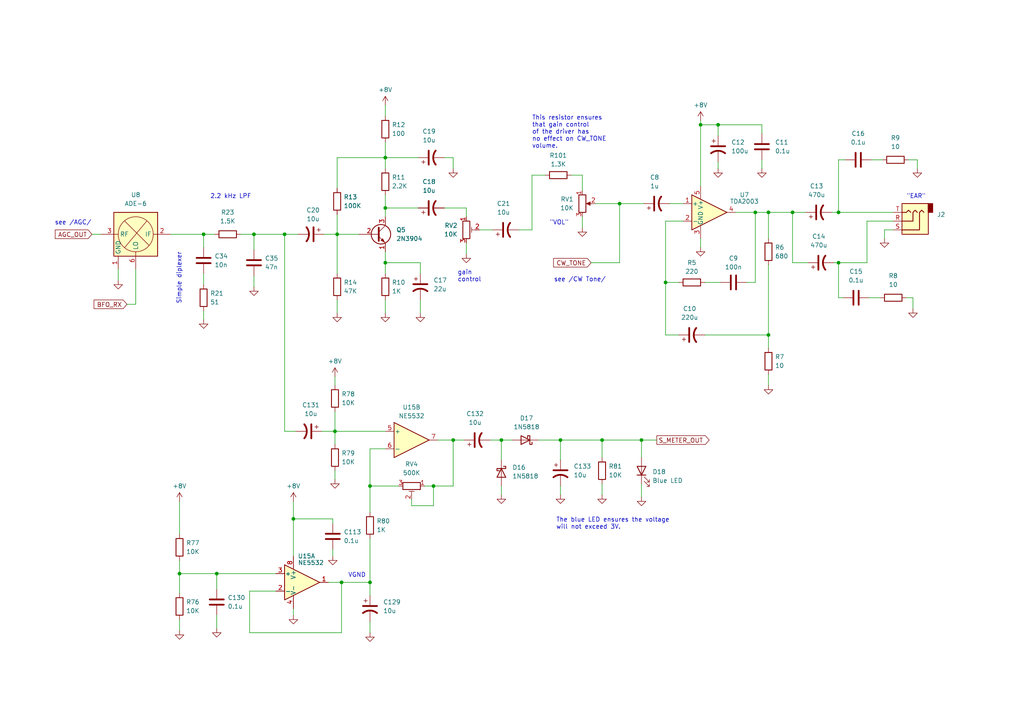
<source format=kicad_sch>
(kicad_sch (version 20230121) (generator eeschema)
  (paper "A4")
  (lib_symbols
    (symbol "Amplifier_Audio:TDA2003" (pin_names (offset 0.127))
      (property "Reference" "U" (at 3.81 6.35 0))
      (property "Value" "TDA2003" (at 3.81 3.81 0))
      (symbol "TDA2003_0_1"
        (polyline (pts (xy -5.08 5.08) (xy 5.08 0) (xy -5.08 -5.08) (xy -5.08 5.08)) (stroke (width 0.254)) (fill (type background)))
      )
      (symbol "TDA2003_1_1"
        (pin input line (at -7.62 2.54 0) (length 2.54) (name "+") (number "1"))
        (pin input line (at -7.62 -2.54 0) (length 2.54) (name "-") (number "2"))
        (pin power_in line (at -2.54 -7.62 90) (length 3.81) (name "GND") (number "3"))
        (pin output line (at 7.62 0 180) (length 2.54) (name "~") (number "4"))
        (pin power_in line (at -2.54 7.62 270) (length 3.81) (name "V+") (number "5"))
      )
    )
    (symbol "Amplifier_Operational:NE5532" (pin_names (offset 0.127))
      (property "Reference" "U" (at 0 5.08 0))
      (property "Value" "NE5532" (at 0 -5.08 0))
      (symbol "NE5532_1_1"
        (polyline (pts (xy -5.08 5.08) (xy 5.08 0) (xy -5.08 -5.08) (xy -5.08 5.08)) (stroke (width 0.254)) (fill (type background)))
        (pin output line (at 7.62 0 180) (length 2.54) (name "~") (number "1"))
        (pin input line (at -7.62 -2.54 0) (length 2.54) (name "-") (number "2"))
        (pin input line (at -7.62 2.54 0) (length 2.54) (name "+") (number "3"))
      )
      (symbol "NE5532_2_1"
        (polyline (pts (xy -5.08 5.08) (xy 5.08 0) (xy -5.08 -5.08) (xy -5.08 5.08)) (stroke (width 0.254)) (fill (type background)))
        (pin input line (at -7.62 2.54 0) (length 2.54) (name "+") (number "5"))
        (pin input line (at -7.62 -2.54 0) (length 2.54) (name "-") (number "6"))
        (pin output line (at 7.62 0 180) (length 2.54) (name "~") (number "7"))
      )
      (symbol "NE5532_3_1"
        (pin power_in line (at -2.54 -7.62 90) (length 3.81) (name "V-") (number "4"))
        (pin power_in line (at -2.54 7.62 270) (length 3.81) (name "V+") (number "8"))
      )
    )
    (symbol "Connector_Audio:AudioJack3"
      (property "Reference" "J" (at 0 8.89 0))
      (property "Value" "AudioJack3" (at 0 6.35 0))
      (symbol "AudioJack3_0_1"
        (rectangle (start -5.08 -5.08) (end -6.35 -2.54) (stroke (width 0.254)) (fill (type outline)))
        (polyline (pts (xy 0 -2.54) (xy 0.635 -3.175) (xy 1.27 -2.54) (xy 2.54 -2.54)) (stroke (width 0.254)))
        (polyline (pts (xy -1.905 -2.54) (xy -1.27 -3.175) (xy -0.635 -2.54) (xy -0.635 0) (xy 2.54 0)) (stroke (width 0.254)))
        (polyline (pts (xy 2.54 2.54) (xy -2.54 2.54) (xy -2.54 -2.54) (xy -3.175 -3.175) (xy -3.81 -2.54)) (stroke (width 0.254)))
        (rectangle (start 2.54 3.81) (end -5.08 -5.08) (stroke (width 0.254)) (fill (type background)))
      )
      (symbol "AudioJack3_1_1"
        (pin passive line (at 5.08 0 180) (length 2.54) (name "~") (number "R"))
        (pin passive line (at 5.08 2.54 180) (length 2.54) (name "~") (number "S"))
        (pin passive line (at 5.08 -2.54 180) (length 2.54) (name "~") (number "T"))
      )
    )
    (symbol "Device:C" (pin_numbers hide) (pin_names (offset 0.254))
      (property "Reference" "C" (at 0.635 2.54 0))
      (property "Value" "C" (at 0.635 -2.54 0))
      (symbol "C_0_1"
        (polyline (pts (xy -2.032 -0.762) (xy 2.032 -0.762)) (stroke (width 0.508)))
        (polyline (pts (xy -2.032 0.762) (xy 2.032 0.762)) (stroke (width 0.508)))
      )
      (symbol "C_1_1"
        (pin passive line (at 0 3.81 270) (length 2.794) (name "~") (number "1"))
        (pin passive line (at 0 -3.81 90) (length 2.794) (name "~") (number "2"))
      )
    )
    (symbol "Device:C_Polarized_US" (pin_numbers hide) (pin_names (offset 0.254) hide)
      (property "Reference" "C" (at 0.635 2.54 0))
      (property "Value" "C_Polarized_US" (at 0.635 -2.54 0))
      (symbol "C_Polarized_US_0_1"
        (polyline (pts (xy -2.032 0.762) (xy 2.032 0.762)) (stroke (width 0.508)))
        (polyline (pts (xy -1.778 2.286) (xy -0.762 2.286)))
        (polyline (pts (xy -1.27 1.778) (xy -1.27 2.794)))
        (arc (start 2.032 -1.27) (mid 0 -0.5572) (end -2.032 -1.27) (stroke (width 0.508)))
      )
      (symbol "C_Polarized_US_1_1"
        (pin passive line (at 0 3.81 270) (length 2.794) (name "~") (number "1"))
        (pin passive line (at 0 -3.81 90) (length 3.302) (name "~") (number "2"))
      )
    )
    (symbol "Device:LED" (pin_numbers hide) (pin_names (offset 1.016) hide)
      (property "Reference" "D" (at 0 2.54 0))
      (property "Value" "LED" (at 0 -2.54 0))
      (symbol "LED_0_1"
        (polyline (pts (xy -1.27 -1.27) (xy -1.27 1.27)) (stroke (width 0.254)))
        (polyline (pts (xy -1.27 0) (xy 1.27 0)))
        (polyline (pts (xy 1.27 -1.27) (xy 1.27 1.27) (xy -1.27 0) (xy 1.27 -1.27)) (stroke (width 0.254)))
        (polyline (pts (xy -3.048 -0.762) (xy -4.572 -2.286) (xy -3.81 -2.286) (xy -4.572 -2.286) (xy -4.572 -1.524)))
        (polyline (pts (xy -1.778 -0.762) (xy -3.302 -2.286) (xy -2.54 -2.286) (xy -3.302 -2.286) (xy -3.302 -1.524)))
      )
      (symbol "LED_1_1"
        (pin passive line (at -3.81 0 0) (length 2.54) (name "K") (number "1"))
        (pin passive line (at 3.81 0 180) (length 2.54) (name "A") (number "2"))
      )
    )
    (symbol "Device:R" (pin_numbers hide) (pin_names (offset 0))
      (property "Reference" "R" (at 2.032 0 90))
      (property "Value" "R" (at 0 0 90))
      (symbol "R_0_1"
        (rectangle (start -1.016 -2.54) (end 1.016 2.54) (stroke (width 0.254)))
      )
      (symbol "R_1_1"
        (pin passive line (at 0 3.81 270) (length 1.27) (name "~") (number "1"))
        (pin passive line (at 0 -3.81 90) (length 1.27) (name "~") (number "2"))
      )
    )
    (symbol "Device:R_Potentiometer" (pin_names (offset 1.016) hide)
      (property "Reference" "RV" (at -4.445 0 90))
      (property "Value" "R_Potentiometer" (at -2.54 0 90))
      (symbol "R_Potentiometer_0_1"
        (polyline (pts (xy 2.54 0) (xy 1.524 0)))
        (polyline (pts (xy 1.143 0) (xy 2.286 0.508) (xy 2.286 -0.508) (xy 1.143 0)) (fill (type outline)))
        (rectangle (start 1.016 2.54) (end -1.016 -2.54) (stroke (width 0.254)))
      )
      (symbol "R_Potentiometer_1_1"
        (pin passive line (at 0 3.81 270) (length 1.27) (name "1") (number "1"))
        (pin passive line (at 3.81 0 180) (length 1.27) (name "2") (number "2"))
        (pin passive line (at 0 -3.81 90) (length 1.27) (name "3") (number "3"))
      )
    )
    (symbol "Device:R_Potentiometer_Trim" (pin_names (offset 1.016) hide)
      (property "Reference" "RV" (at -4.445 0 90))
      (property "Value" "R_Potentiometer_Trim" (at -2.54 0 90))
      (symbol "R_Potentiometer_Trim_0_1"
        (polyline (pts (xy 1.524 0.762) (xy 1.524 -0.762)))
        (polyline (pts (xy 2.54 0) (xy 1.524 0)))
        (rectangle (start 1.016 2.54) (end -1.016 -2.54) (stroke (width 0.254)))
      )
      (symbol "R_Potentiometer_Trim_1_1"
        (pin passive line (at 0 3.81 270) (length 1.27) (name "1") (number "1"))
        (pin passive line (at 3.81 0 180) (length 1.27) (name "2") (number "2"))
        (pin passive line (at 0 -3.81 90) (length 1.27) (name "3") (number "3"))
      )
    )
    (symbol "Diode:1N5818" (pin_numbers hide) (pin_names (offset 1.016) hide)
      (property "Reference" "D" (at 0 2.54 0))
      (property "Value" "1N5818" (at 0 -2.54 0))
      (symbol "1N5818_0_1"
        (polyline (pts (xy 1.27 0) (xy -1.27 0)))
        (polyline (pts (xy 1.27 1.27) (xy 1.27 -1.27) (xy -1.27 0) (xy 1.27 1.27)) (stroke (width 0.254)))
        (polyline (pts (xy -1.905 0.635) (xy -1.905 1.27) (xy -1.27 1.27) (xy -1.27 -1.27) (xy -0.635 -1.27) (xy -0.635 -0.635)) (stroke (width 0.254)))
      )
      (symbol "1N5818_1_1"
        (pin passive line (at -3.81 0 0) (length 2.54) (name "K") (number "1"))
        (pin passive line (at 3.81 0 180) (length 2.54) (name "A") (number "2"))
      )
    )
    (symbol "RF_Mixer:ADE-6"
      (property "Reference" "U" (at -6.35 7.62 0))
      (property "Value" "ADE-6" (at 6.35 7.62 0))
      (symbol "ADE-6_0_1"
        (rectangle (start -6.35 6.35) (end 6.35 -6.35) (stroke (width 0.254)) (fill (type background)))
        (polyline (pts (xy -3.175 -3.81) (xy 3.175 3.81)))
        (polyline (pts (xy 3.81 -3.175) (xy -3.175 3.81)))
        (circle (center 0 0) (radius 5.08))
      )
      (symbol "ADE-6_1_1"
        (pin power_in line (at -5.08 -10.16 90) (length 3.81) (name "GND") (number "1"))
        (pin output line (at 10.16 0 180) (length 5.08) (name "IF") (number "2"))
        (pin input line (at -10.16 0 0) (length 5.08) (name "RF") (number "3"))
        (pin passive line (at -5.08 -10.16 90) (length 3.81) hide (name "GND") (number "4"))
        (pin passive line (at -5.08 -10.16 90) (length 3.81) hide (name "GND") (number "5"))
        (pin input line (at 0 -10.16 90) (length 5.08) (name "LO") (number "6"))
      )
    )
    (symbol "Transistor_BJT:2N3904" (pin_names (offset 0) hide)
      (property "Reference" "Q" (at 5.08 1.905 0))
      (property "Value" "2N3904" (at 5.08 0 0))
      (symbol "2N3904_0_1"
        (polyline (pts (xy 0.635 0.635) (xy 2.54 2.54)))
        (polyline (pts (xy 0.635 -0.635) (xy 2.54 -2.54) (xy 2.54 -2.54)))
        (polyline (pts (xy 0.635 1.905) (xy 0.635 -1.905) (xy 0.635 -1.905)) (stroke (width 0.508)))
        (polyline (pts (xy 1.27 -1.778) (xy 1.778 -1.27) (xy 2.286 -2.286) (xy 1.27 -1.778) (xy 1.27 -1.778)) (fill (type outline)))
        (circle (center 1.27 0) (radius 2.8194) (stroke (width 0.254)))
      )
      (symbol "2N3904_1_1"
        (pin passive line (at 2.54 -5.08 90) (length 2.54) (name "E") (number "1"))
        (pin passive line (at -5.08 0 0) (length 5.715) (name "B") (number "2"))
        (pin passive line (at 2.54 5.08 270) (length 2.54) (name "C") (number "3"))
      )
    )
    (symbol "power:+8V" (power) (pin_names (offset 0))
      (property "Value" "+8V" (at 0 3.556 0))
      (symbol "+8V_0_1"
        (polyline (pts (xy -0.762 1.27) (xy 0 2.54)))
        (polyline (pts (xy 0 0) (xy 0 2.54)))
        (polyline (pts (xy 0 2.54) (xy 0.762 1.27)))
      )
      (symbol "+8V_1_1"
        (pin power_in line (at 0 0 90) (length 0) hide (name "+8V") (number "1"))
      )
    )
    (symbol "power:GND" (power) (pin_names (offset 0))
      (property "Value" "GND" (at 0 -3.81 0))
      (symbol "GND_0_1"
        (polyline (pts (xy 0 0) (xy 0 -1.27) (xy 1.27 -1.27) (xy 0 -2.54) (xy -1.27 -1.27) (xy 0 -1.27)))
      )
      (symbol "GND_1_1"
        (pin power_in line (at 0 0 270) (length 0) hide (name "GND") (number "1"))
      )
    )
  )
  (junction (at 111.76 76.2))
  (junction (at 52.07 166.37))
  (junction (at 97.79 67.945))
  (junction (at 222.885 61.595))
  (junction (at 82.55 67.945))
  (junction (at 73.66 67.945))
  (junction (at 179.705 59.055))
  (junction (at 85.09 150.495))
  (junction (at 62.865 166.37))
  (junction (at 222.885 97.155))
  (junction (at 174.625 127.635))
  (junction (at 59.055 67.945))
  (junction (at 99.06 168.91))
  (junction (at 107.315 140.97))
  (junction (at 111.76 60.325))
  (junction (at 162.56 127.635))
  (junction (at 208.28 36.195))
  (junction (at 125.73 140.97))
  (junction (at 229.87 61.595))
  (junction (at 243.205 61.595))
  (junction (at 243.205 76.2))
  (junction (at 111.76 45.72))
  (junction (at 131.445 127.635))
  (junction (at 145.415 127.635))
  (junction (at 219.075 61.595))
  (junction (at 107.315 168.91))
  (junction (at 193.04 81.915))
  (junction (at 97.155 125.095))
  (junction (at 186.055 127.635))
  (junction (at 203.2 36.195))
  (wire (pts (xy 111.76 45.72) (xy 121.285 45.72)))
  (wire (pts (xy 186.055 127.635) (xy 190.5 127.635)))
  (wire (pts (xy 154.305 50.8) (xy 158.115 50.8)))
  (wire (pts (xy 154.305 66.675) (xy 154.305 50.8)))
  (wire (pts (xy 97.155 109.22) (xy 97.155 111.76)))
  (wire (pts (xy 203.2 36.195) (xy 203.2 53.975)))
  (wire (pts (xy 119.38 144.78) (xy 119.38 146.685)))
  (wire (pts (xy 229.87 76.2) (xy 229.87 61.595)))
  (wire (pts (xy 243.205 46.355) (xy 245.11 46.355)))
  (wire (pts (xy 172.72 59.055) (xy 179.705 59.055)))
  (wire (pts (xy 62.865 178.435) (xy 62.865 182.245)))
  (wire (pts (xy 131.445 127.635) (xy 131.445 140.97)))
  (wire (pts (xy 220.98 36.195) (xy 208.28 36.195)))
  (wire (pts (xy 82.55 67.945) (xy 82.55 125.095)))
  (wire (pts (xy 194.31 59.055) (xy 198.12 59.055)))
  (wire (pts (xy 93.345 125.095) (xy 97.155 125.095)))
  (wire (pts (xy 49.53 67.945) (xy 59.055 67.945)))
  (wire (pts (xy 111.76 76.2) (xy 111.76 79.375)))
  (wire (pts (xy 107.315 130.175) (xy 111.76 130.175)))
  (wire (pts (xy 80.01 166.37) (xy 62.865 166.37)))
  (wire (pts (xy 52.07 166.37) (xy 52.07 172.085)))
  (wire (pts (xy 252.095 86.36) (xy 255.27 86.36)))
  (wire (pts (xy 107.315 140.97) (xy 115.57 140.97)))
  (wire (pts (xy 121.92 86.995) (xy 121.92 90.805)))
  (wire (pts (xy 174.625 127.635) (xy 174.625 132.715)))
  (wire (pts (xy 135.255 70.485) (xy 135.255 73.66)))
  (wire (pts (xy 174.625 140.335) (xy 174.625 143.51)))
  (wire (pts (xy 256.54 69.215) (xy 256.54 66.675)))
  (wire (pts (xy 99.06 168.91) (xy 95.25 168.91)))
  (wire (pts (xy 264.795 86.36) (xy 264.795 89.535)))
  (wire (pts (xy 93.98 67.945) (xy 97.79 67.945)))
  (wire (pts (xy 186.055 140.335) (xy 186.055 144.145)))
  (wire (pts (xy 97.79 86.995) (xy 97.79 90.805)))
  (wire (pts (xy 222.885 76.835) (xy 222.885 97.155)))
  (wire (pts (xy 59.055 79.375) (xy 59.055 82.55)))
  (wire (pts (xy 162.56 133.35) (xy 162.56 127.635)))
  (wire (pts (xy 85.09 150.495) (xy 96.52 150.495)))
  (wire (pts (xy 243.205 86.36) (xy 243.205 76.2)))
  (wire (pts (xy 80.01 171.45) (xy 72.39 171.45)))
  (wire (pts (xy 85.09 145.415) (xy 85.09 150.495)))
  (wire (pts (xy 97.79 62.23) (xy 97.79 67.945)))
  (wire (pts (xy 256.54 66.675) (xy 259.08 66.675)))
  (wire (pts (xy 243.205 61.595) (xy 259.08 61.595)))
  (wire (pts (xy 243.205 61.595) (xy 243.205 46.355)))
  (wire (pts (xy 85.09 150.495) (xy 85.09 161.29)))
  (wire (pts (xy 135.255 60.325) (xy 135.255 62.865)))
  (wire (pts (xy 82.55 125.095) (xy 85.725 125.095)))
  (wire (pts (xy 198.12 64.135) (xy 193.04 64.135)))
  (wire (pts (xy 208.28 36.195) (xy 203.2 36.195)))
  (wire (pts (xy 174.625 127.635) (xy 186.055 127.635)))
  (wire (pts (xy 72.39 171.45) (xy 72.39 183.515)))
  (wire (pts (xy 39.37 88.265) (xy 39.37 78.105)))
  (wire (pts (xy 193.04 97.155) (xy 193.04 81.915)))
  (wire (pts (xy 234.315 76.2) (xy 229.87 76.2)))
  (wire (pts (xy 208.28 46.99) (xy 208.28 48.895)))
  (wire (pts (xy 168.91 50.8) (xy 168.91 55.245)))
  (wire (pts (xy 174.625 127.635) (xy 162.56 127.635)))
  (wire (pts (xy 34.29 78.105) (xy 34.29 81.28)))
  (wire (pts (xy 216.535 81.915) (xy 219.075 81.915)))
  (wire (pts (xy 119.38 146.685) (xy 125.73 146.685)))
  (wire (pts (xy 193.04 64.135) (xy 193.04 81.915)))
  (wire (pts (xy 243.205 76.2) (xy 251.46 76.2)))
  (wire (pts (xy 26.67 67.945) (xy 29.21 67.945)))
  (wire (pts (xy 229.87 61.595) (xy 233.68 61.595)))
  (wire (pts (xy 266.065 46.355) (xy 266.065 48.895)))
  (wire (pts (xy 121.92 76.2) (xy 111.76 76.2)))
  (wire (pts (xy 220.98 38.735) (xy 220.98 36.195)))
  (wire (pts (xy 72.39 183.515) (xy 99.06 183.515)))
  (wire (pts (xy 73.66 67.945) (xy 82.55 67.945)))
  (wire (pts (xy 193.04 81.915) (xy 196.85 81.915)))
  (wire (pts (xy 251.46 64.135) (xy 259.08 64.135)))
  (wire (pts (xy 220.98 46.355) (xy 220.98 48.895)))
  (wire (pts (xy 150.495 66.675) (xy 154.305 66.675)))
  (wire (pts (xy 59.055 90.17) (xy 59.055 92.71)))
  (wire (pts (xy 241.3 61.595) (xy 243.205 61.595)))
  (wire (pts (xy 97.79 67.945) (xy 97.79 79.375)))
  (wire (pts (xy 73.66 67.945) (xy 73.66 72.39)))
  (wire (pts (xy 219.075 61.595) (xy 213.36 61.595)))
  (wire (pts (xy 171.45 76.2) (xy 179.705 76.2)))
  (wire (pts (xy 99.06 168.91) (xy 99.06 183.515)))
  (wire (pts (xy 131.445 140.97) (xy 125.73 140.97)))
  (wire (pts (xy 203.2 34.925) (xy 203.2 36.195)))
  (wire (pts (xy 107.315 168.91) (xy 107.315 172.72)))
  (wire (pts (xy 203.2 69.215) (xy 203.2 71.755)))
  (wire (pts (xy 52.07 162.56) (xy 52.07 166.37)))
  (wire (pts (xy 62.865 166.37) (xy 62.865 170.815)))
  (wire (pts (xy 36.83 88.265) (xy 39.37 88.265)))
  (wire (pts (xy 59.055 67.945) (xy 62.23 67.945)))
  (wire (pts (xy 252.73 46.355) (xy 255.905 46.355)))
  (wire (pts (xy 162.56 127.635) (xy 156.21 127.635)))
  (wire (pts (xy 111.76 86.995) (xy 111.76 90.805)))
  (wire (pts (xy 263.525 46.355) (xy 266.065 46.355)))
  (wire (pts (xy 219.075 81.915) (xy 219.075 61.595)))
  (wire (pts (xy 97.79 67.945) (xy 104.14 67.945)))
  (wire (pts (xy 241.935 76.2) (xy 243.205 76.2)))
  (wire (pts (xy 97.155 125.095) (xy 111.76 125.095)))
  (wire (pts (xy 131.445 45.72) (xy 128.905 45.72)))
  (wire (pts (xy 131.445 127.635) (xy 134.62 127.635)))
  (wire (pts (xy 204.47 97.155) (xy 222.885 97.155)))
  (wire (pts (xy 222.885 61.595) (xy 219.075 61.595)))
  (wire (pts (xy 111.76 41.275) (xy 111.76 45.72)))
  (wire (pts (xy 168.91 62.865) (xy 168.91 66.04)))
  (wire (pts (xy 179.705 76.2) (xy 179.705 59.055)))
  (wire (pts (xy 145.415 127.635) (xy 145.415 133.35)))
  (wire (pts (xy 162.56 140.97) (xy 162.56 143.51)))
  (wire (pts (xy 97.155 119.38) (xy 97.155 125.095)))
  (wire (pts (xy 99.06 168.91) (xy 107.315 168.91)))
  (wire (pts (xy 262.89 86.36) (xy 264.795 86.36)))
  (wire (pts (xy 222.885 108.585) (xy 222.885 111.76)))
  (wire (pts (xy 111.76 73.025) (xy 111.76 76.2)))
  (wire (pts (xy 204.47 81.915) (xy 208.915 81.915)))
  (wire (pts (xy 97.79 54.61) (xy 97.79 45.72)))
  (wire (pts (xy 59.055 67.945) (xy 59.055 71.755)))
  (wire (pts (xy 142.24 127.635) (xy 145.415 127.635)))
  (wire (pts (xy 111.76 30.48) (xy 111.76 33.655)))
  (wire (pts (xy 52.07 179.705) (xy 52.07 182.88)))
  (wire (pts (xy 96.52 150.495) (xy 96.52 151.765)))
  (wire (pts (xy 125.73 140.97) (xy 123.19 140.97)))
  (wire (pts (xy 222.885 97.155) (xy 222.885 100.965)))
  (wire (pts (xy 145.415 140.97) (xy 145.415 143.51)))
  (wire (pts (xy 179.705 59.055) (xy 186.69 59.055)))
  (wire (pts (xy 125.73 146.685) (xy 125.73 140.97)))
  (wire (pts (xy 69.85 67.945) (xy 73.66 67.945)))
  (wire (pts (xy 107.315 156.21) (xy 107.315 168.91)))
  (wire (pts (xy 222.885 61.595) (xy 229.87 61.595)))
  (wire (pts (xy 222.885 69.215) (xy 222.885 61.595)))
  (wire (pts (xy 111.76 60.325) (xy 121.285 60.325)))
  (wire (pts (xy 131.445 48.895) (xy 131.445 45.72)))
  (wire (pts (xy 208.28 36.195) (xy 208.28 39.37)))
  (wire (pts (xy 107.315 140.97) (xy 107.315 130.175)))
  (wire (pts (xy 165.735 50.8) (xy 168.91 50.8)))
  (wire (pts (xy 196.85 97.155) (xy 193.04 97.155)))
  (wire (pts (xy 107.315 180.34) (xy 107.315 183.515)))
  (wire (pts (xy 121.92 79.375) (xy 121.92 76.2)))
  (wire (pts (xy 111.76 45.72) (xy 111.76 48.895)))
  (wire (pts (xy 52.07 145.415) (xy 52.07 154.94)))
  (wire (pts (xy 97.79 45.72) (xy 111.76 45.72)))
  (wire (pts (xy 127 127.635) (xy 131.445 127.635)))
  (wire (pts (xy 145.415 127.635) (xy 148.59 127.635)))
  (wire (pts (xy 85.09 176.53) (xy 85.09 178.435)))
  (wire (pts (xy 52.07 166.37) (xy 62.865 166.37)))
  (wire (pts (xy 243.205 86.36) (xy 244.475 86.36)))
  (wire (pts (xy 73.66 80.01) (xy 73.66 83.185)))
  (wire (pts (xy 82.55 67.945) (xy 86.36 67.945)))
  (wire (pts (xy 128.905 60.325) (xy 135.255 60.325)))
  (wire (pts (xy 139.065 66.675) (xy 142.875 66.675)))
  (wire (pts (xy 97.155 136.525) (xy 97.155 139.065)))
  (wire (pts (xy 97.155 125.095) (xy 97.155 128.905)))
  (wire (pts (xy 186.055 127.635) (xy 186.055 132.715)))
  (wire (pts (xy 107.315 140.97) (xy 107.315 148.59)))
  (wire (pts (xy 111.76 60.325) (xy 111.76 62.865)))
  (wire (pts (xy 96.52 159.385) (xy 96.52 161.29)))
  (wire (pts (xy 251.46 76.2) (xy 251.46 64.135)))
  (wire (pts (xy 111.76 56.515) (xy 111.76 60.325)))
  (text "Simple diplexer" (at 52.705 88.265 90) (effects (font (size 1.27 1.27)) (justify left bottom)))
  (text "gain\ncontrol" (at 132.715 81.915 0) (effects (font (size 1.27 1.27)) (justify left bottom)))
  (text "2.2 kHz LPF" (at 60.96 57.785 0) (effects (font (size 1.27 1.27)) (justify left bottom)))
  (text "VGND" (at 100.965 167.64 0) (effects (font (size 1.27 1.27)) (justify left bottom)))
  (text "see /AGC/" (at 15.875 65.405 0) (effects (font (size 1.27 1.27)) (justify left bottom)))
  (text "This resistor ensures\nthat gain control\nof the driver has\nno effect on CW_TONE\nvolume." (at 154.305 43.18 0) (effects (font (size 1.27 1.27)) (justify left bottom)))
  (text "The blue LED ensures the voltage\nwill not exceed 3V." (at 161.29 153.67 0) (effects (font (size 1.27 1.27)) (justify left bottom)))
  (text "\"VOL\"" (at 159.385 65.405 0) (effects (font (size 1.27 1.27)) (justify left bottom)))
  (text "see /CW Tone/" (at 160.655 81.915 0) (effects (font (size 1.27 1.27)) (justify left bottom)))
  (text "\"EAR\"" (at 262.89 57.785 0) (effects (font (size 1.27 1.27)) (justify left bottom)))
  (global_label "CW_TONE" (shape input) (at 171.45 76.2 180) (property "Intersheetrefs" "${INTERSHEET_REFS}" (effects hide)))
  (global_label "S_METER_OUT" (shape output) (at 190.5 127.635 0) (property "Intersheetrefs" "${INTERSHEET_REFS}" (effects hide)))
  (global_label "AGC_OUT" (shape input) (at 26.67 67.945 180) (property "Intersheetrefs" "${INTERSHEET_REFS}" (effects hide)))
  (global_label "BFO_RX" (shape input) (at 36.83 88.265 180) (property "Intersheetrefs" "${INTERSHEET_REFS}" (effects hide)))
  (symbol (lib_id "power:GND") (at 111.76 90.805 0) (unit 1)
    (property "Reference" "#PWR033" (effects hide))
    (property "Value" "GND" (effects hide))
  )
  (symbol (lib_id "power:GND") (at 162.56 143.51 0) (unit 1)
    (property "Reference" "#PWR0228" (effects hide))
    (property "Value" "GND" (effects hide))
  )
  (symbol (lib_id "Device:C_Polarized_US") (at 146.685 66.675 90) (unit 1)
    (property "Reference" "C21" (at 146.05 59.055 90))
    (property "Value" "10u" (at 146.05 61.595 90))
  )
  (symbol (lib_id "Device:C_Polarized_US") (at 89.535 125.095 270) (unit 1)
    (property "Reference" "C131" (at 90.17 117.475 90))
    (property "Value" "10u" (at 90.17 120.015 90))
  )
  (symbol (lib_id "power:GND") (at 97.155 139.065 0) (unit 1)
    (property "Reference" "#PWR0225" (effects hide))
    (property "Value" "GND" (effects hide))
  )
  (symbol (lib_id "power:GND") (at 131.445 48.895 0) (unit 1)
    (property "Reference" "#PWR036" (effects hide))
    (property "Value" "GND" (effects hide))
  )
  (symbol (lib_id "power:GND") (at 52.07 182.88 0) (unit 1)
    (property "Reference" "#PWR0224" (effects hide))
    (property "Value" "GND" (effects hide))
  )
  (symbol (lib_id "Device:R") (at 222.885 104.775 0) (unit 1)
    (property "Reference" "R7" (at 224.79 103.505 0) (effects (justify left)))
    (property "Value" "10" (at 224.79 106.045 0) (effects (justify left)))
  )
  (symbol (lib_id "Amplifier_Operational:NE5532") (at 87.63 168.91 0) (unit 1)
    (property "Reference" "U15" (at 88.9 161.29 0))
    (property "Value" "NE5532" (at 90.17 163.195 0))
    (property "Datasheet" "http://www.ti.com/lit/ds/symlink/ne5532.pdf" (effects hide))
  )
  (symbol (lib_id "power:GND") (at 59.055 92.71 0) (unit 1)
    (property "Reference" "#PWR055" (effects hide))
    (property "Value" "GND" (effects hide))
  )
  (symbol (lib_id "power:+8V") (at 97.155 109.22 0) (unit 1)
    (property "Reference" "#PWR0240" (effects hide))
    (property "Value" "+8V" (at 97.155 104.775 0))
    (instances (project "hbr-mk2" (path "" (reference "#PWR0240") (unit 1)) (path "" (reference "#PWR0223") (unit 1))))
  )
  (symbol (lib_id "power:GND") (at 266.065 48.895 0) (unit 1)
    (property "Reference" "#PWR030" (effects hide))
    (property "Value" "GND" (effects hide))
  )
  (symbol (lib_id "power:GND") (at 73.66 83.185 0) (unit 1)
    (property "Reference" "#PWR056" (effects hide))
    (property "Value" "GND" (effects hide))
  )
  (symbol (lib_id "power:GND") (at 256.54 69.215 0) (unit 1)
    (property "Reference" "#PWR031" (effects hide))
    (property "Value" "GND" (effects hide))
  )
  (symbol (lib_id "power:GND") (at 220.98 48.895 0) (unit 1)
    (property "Reference" "#PWR027" (effects hide))
    (property "Value" "GND" (effects hide))
  )
  (symbol (lib_id "Device:LED") (at 186.055 136.525 90) (unit 1)
    (property "Reference" "D18" (at 189.23 136.8425 90) (effects (justify right)))
    (property "Value" "Blue LED" (at 189.23 139.3825 90) (effects (justify right)))
  )
  (symbol (lib_id "Device:R") (at 52.07 175.895 0) (unit 1)
    (property "Reference" "R76" (at 53.975 174.625 0) (effects (justify left)))
    (property "Value" "10K" (at 53.975 177.165 0) (effects (justify left)))
  )
  (symbol (lib_id "Amplifier_Operational:NE5532") (at 87.63 168.91 0) (unit 3)
    (property "Reference" "U15" (effects hide))
    (property "Value" "NE5532" (effects hide))
    (property "Datasheet" "http://www.ti.com/lit/ds/symlink/ne5532.pdf" (effects hide))
  )
  (symbol (lib_id "Device:C_Polarized_US") (at 125.095 60.325 90) (unit 1)
    (property "Reference" "C18" (at 124.46 52.705 90))
    (property "Value" "10u" (at 124.46 55.245 90))
  )
  (symbol (lib_id "power:GND") (at 208.28 48.895 0) (unit 1)
    (property "Reference" "#PWR026" (effects hide))
    (property "Value" "GND" (effects hide))
  )
  (symbol (lib_id "power:GND") (at 222.885 111.76 0) (unit 1)
    (property "Reference" "#PWR025" (effects hide))
    (property "Value" "GND" (effects hide))
  )
  (symbol (lib_id "Connector_Audio:AudioJack3") (at 264.16 64.135 180) (unit 1)
    (property "Reference" "J2" (at 271.78 62.23 0) (effects (justify right)))
    (property "Value" "AudioJack3" (effects hide))
  )
  (symbol (lib_id "Device:R_Potentiometer") (at 168.91 59.055 0) (unit 1)
    (property "Reference" "RV1" (at 166.37 57.785 0) (effects (justify right)))
    (property "Value" "10K" (at 166.37 60.325 0) (effects (justify right)))
  )
  (symbol (lib_id "Device:C_Polarized_US") (at 237.49 61.595 90) (unit 1)
    (property "Reference" "C13" (at 236.855 53.975 90))
    (property "Value" "470u" (at 236.855 56.515 90))
  )
  (symbol (lib_id "Device:R") (at 97.155 115.57 0) (unit 1)
    (property "Reference" "R78" (at 99.06 114.3 0) (effects (justify left)))
    (property "Value" "10K" (at 99.06 116.84 0) (effects (justify left)))
  )
  (symbol (lib_id "Device:C_Polarized_US") (at 238.125 76.2 90) (unit 1)
    (property "Reference" "C14" (at 237.49 68.58 90))
    (property "Value" "470u" (at 237.49 71.12 90))
  )
  (symbol (lib_id "Amplifier_Audio:TDA2003") (at 205.74 61.595 0) (unit 1)
    (property "Reference" "U7" (at 215.9 56.515 0))
    (property "Value" "TDA2003" (at 215.9 58.42 0))
    (property "Footprint" "Package_TO_SOT_THT:TO-220-5_P3.4x3.7mm_StaggerOdd_Lead3.8mm_Vertical" (effects hide))
    (property "Datasheet" "http://www.st.com/resource/en/datasheet/cd00000123.pdf" (effects hide))
  )
  (symbol (lib_id "Device:R") (at 52.07 158.75 0) (unit 1)
    (property "Reference" "R77" (at 53.975 157.48 0) (effects (justify left)))
    (property "Value" "10K" (at 53.975 160.02 0) (effects (justify left)))
  )
  (symbol (lib_id "Device:C_Polarized_US") (at 138.43 127.635 90) (unit 1)
    (property "Reference" "C132" (at 137.795 120.015 90))
    (property "Value" "10u" (at 137.795 122.555 90))
  )
  (symbol (lib_id "power:GND") (at 97.79 90.805 0) (unit 1)
    (property "Reference" "#PWR034" (effects hide))
    (property "Value" "GND" (effects hide))
  )
  (symbol (lib_id "Device:R") (at 222.885 73.025 0) (unit 1)
    (property "Reference" "R6" (at 224.79 71.755 0) (effects (justify left)))
    (property "Value" "680" (at 224.79 74.295 0) (effects (justify left)))
  )
  (symbol (lib_id "power:GND") (at 62.865 182.245 0) (unit 1)
    (property "Reference" "#PWR0222" (effects hide))
    (property "Value" "GND" (effects hide))
  )
  (symbol (lib_id "Amplifier_Operational:NE5532") (at 119.38 127.635 0) (unit 2)
    (property "Reference" "U15" (at 119.38 118.11 0))
    (property "Value" "NE5532" (at 119.38 120.65 0))
    (property "Datasheet" "http://www.ti.com/lit/ds/symlink/ne5532.pdf" (effects hide))
  )
  (symbol (lib_id "Device:R") (at 97.79 83.185 0) (unit 1)
    (property "Reference" "R14" (at 99.695 81.915 0) (effects (justify left)))
    (property "Value" "47K" (at 99.695 84.455 0) (effects (justify left)))
  )
  (symbol (lib_id "power:GND") (at 85.09 178.435 0) (unit 1)
    (property "Reference" "#PWR0210" (effects hide))
    (property "Value" "GND" (effects hide))
  )
  (symbol (lib_id "Device:C") (at 73.66 76.2 0) (unit 1)
    (property "Reference" "C35" (at 76.835 74.93 0) (effects (justify left)))
    (property "Value" "47n" (at 76.835 77.47 0) (effects (justify left)))
  )
  (symbol (lib_id "Device:C") (at 220.98 42.545 0) (unit 1)
    (property "Reference" "C11" (at 224.79 41.275 0) (effects (justify left)))
    (property "Value" "0.1u" (at 224.79 43.815 0) (effects (justify left)))
  )
  (symbol (lib_id "Device:R") (at 111.76 52.705 0) (unit 1)
    (property "Reference" "R11" (at 113.665 51.435 0) (effects (justify left)))
    (property "Value" "2.2K" (at 113.665 53.975 0) (effects (justify left)))
  )
  (symbol (lib_id "power:GND") (at 264.795 89.535 0) (unit 1)
    (property "Reference" "#PWR029" (effects hide))
    (property "Value" "GND" (effects hide))
  )
  (symbol (lib_id "Device:C_Polarized_US") (at 190.5 59.055 90) (unit 1)
    (property "Reference" "C8" (at 189.865 51.435 90))
    (property "Value" "1u" (at 189.865 53.975 90))
  )
  (symbol (lib_id "Device:R") (at 174.625 136.525 0) (unit 1)
    (property "Reference" "R81" (at 176.53 135.255 0) (effects (justify left)))
    (property "Value" "10K" (at 176.53 137.795 0) (effects (justify left)))
  )
  (symbol (lib_id "power:GND") (at 121.92 90.805 0) (unit 1)
    (property "Reference" "#PWR032" (effects hide))
    (property "Value" "GND" (effects hide))
  )
  (symbol (lib_id "power:GND") (at 135.255 73.66 0) (unit 1)
    (property "Reference" "#PWR037" (effects hide))
    (property "Value" "GND" (effects hide))
  )
  (symbol (lib_id "power:GND") (at 145.415 143.51 0) (unit 1)
    (property "Reference" "#PWR0227" (effects hide))
    (property "Value" "GND" (effects hide))
  )
  (symbol (lib_id "Device:R") (at 66.04 67.945 90) (unit 1)
    (property "Reference" "R23" (at 66.04 61.595 90))
    (property "Value" "1.5K" (at 66.04 64.135 90))
  )
  (symbol (lib_id "Device:C") (at 62.865 174.625 0) (unit 1)
    (property "Reference" "C130" (at 66.04 173.355 0) (effects (justify left)))
    (property "Value" "0.1u" (at 66.04 175.895 0) (effects (justify left)))
  )
  (symbol (lib_id "Device:R") (at 107.315 152.4 0) (unit 1)
    (property "Reference" "R80" (at 109.22 151.13 0) (effects (justify left)))
    (property "Value" "1K" (at 109.22 153.67 0) (effects (justify left)))
  )
  (symbol (lib_id "Diode:1N5818") (at 145.415 137.16 270) (unit 1)
    (property "Reference" "D16" (at 148.59 135.5725 90) (effects (justify left)))
    (property "Value" "1N5818" (at 148.59 138.1125 90) (effects (justify left)))
    (property "Footprint" "Diode_THT:D_DO-41_SOD81_P10.16mm_Horizontal" (effects hide))
    (property "Datasheet" "http://www.vishay.com/docs/88525/1n5817.pdf" (effects hide))
  )
  (symbol (lib_id "Device:C_Polarized_US") (at 200.66 97.155 90) (unit 1)
    (property "Reference" "C10" (at 200.025 89.535 90))
    (property "Value" "220u" (at 200.025 92.075 90))
  )
  (symbol (lib_id "Device:R") (at 200.66 81.915 90) (unit 1)
    (property "Reference" "R5" (at 200.66 76.2 90))
    (property "Value" "220" (at 200.66 78.74 90))
  )
  (symbol (lib_id "Device:R") (at 259.08 86.36 90) (unit 1)
    (property "Reference" "R8" (at 259.08 80.01 90))
    (property "Value" "10" (at 259.08 82.55 90))
  )
  (symbol (lib_id "Device:C_Polarized_US") (at 121.92 83.185 0) (unit 1)
    (property "Reference" "C17" (at 125.73 81.28 0) (effects (justify left)))
    (property "Value" "22u" (at 125.73 83.82 0) (effects (justify left)))
  )
  (symbol (lib_id "power:+8V") (at 85.09 145.415 0) (unit 1)
    (property "Reference" "#PWR0240" (effects hide))
    (property "Value" "+8V" (at 85.09 140.97 0))
    (instances (project "hbr-mk2" (path "" (reference "#PWR0240") (unit 1)) (path "" (reference "#PWR0220") (unit 1))))
  )
  (symbol (lib_id "Device:R") (at 97.155 132.715 0) (unit 1)
    (property "Reference" "R79" (at 99.06 131.445 0) (effects (justify left)))
    (property "Value" "10K" (at 99.06 133.985 0) (effects (justify left)))
  )
  (symbol (lib_id "Device:R") (at 59.055 86.36 0) (unit 1)
    (property "Reference" "R21" (at 60.96 85.09 0) (effects (justify left)))
    (property "Value" "51" (at 60.96 87.63 0) (effects (justify left)))
  )
  (symbol (lib_id "power:GND") (at 203.2 71.755 0) (unit 1)
    (property "Reference" "#PWR024" (effects hide))
    (property "Value" "GND" (effects hide))
  )
  (symbol (lib_id "Device:R") (at 111.76 83.185 0) (unit 1)
    (property "Reference" "R10" (at 113.665 81.915 0) (effects (justify left)))
    (property "Value" "1K" (at 113.665 84.455 0) (effects (justify left)))
  )
  (symbol (lib_id "Device:C_Polarized_US") (at 208.28 43.18 0) (unit 1)
    (property "Reference" "C12" (at 212.09 41.275 0) (effects (justify left)))
    (property "Value" "100u" (at 212.09 43.815 0) (effects (justify left)))
  )
  (symbol (lib_id "power:+8V") (at 203.2 34.925 0) (unit 1)
    (property "Reference" "#PWR028" (effects hide))
    (property "Value" "+8V" (at 203.2 30.48 0))
  )
  (symbol (lib_id "Device:C") (at 248.92 46.355 90) (unit 1)
    (property "Reference" "C16" (at 248.92 38.735 90))
    (property "Value" "0.1u" (at 248.92 41.275 90))
  )
  (symbol (lib_id "Device:C_Polarized_US") (at 162.56 137.16 0) (unit 1)
    (property "Reference" "C133" (at 166.37 135.255 0) (effects (justify left)))
    (property "Value" "10u" (at 166.37 137.795 0) (effects (justify left)))
  )
  (symbol (lib_id "power:GND") (at 174.625 143.51 0) (unit 1)
    (property "Reference" "#PWR0229" (effects hide))
    (property "Value" "GND" (effects hide))
  )
  (symbol (lib_id "Device:C") (at 212.725 81.915 90) (unit 1)
    (property "Reference" "C9" (at 212.725 74.93 90))
    (property "Value" "100n" (at 212.725 77.47 90))
  )
  (symbol (lib_id "Device:R") (at 161.925 50.8 90) (unit 1)
    (property "Reference" "R101" (at 161.925 45.085 90))
    (property "Value" "1.3K" (at 161.925 47.625 90))
  )
  (symbol (lib_id "Device:C_Polarized_US") (at 107.315 176.53 0) (unit 1)
    (property "Reference" "C129" (at 111.125 174.625 0) (effects (justify left)))
    (property "Value" "10u" (at 111.125 177.165 0) (effects (justify left)))
  )
  (symbol (lib_id "Device:C") (at 59.055 75.565 0) (unit 1)
    (property "Reference" "C34" (at 62.23 74.295 0) (effects (justify left)))
    (property "Value" "10n" (at 62.23 76.835 0) (effects (justify left)))
  )
  (symbol (lib_id "power:GND") (at 34.29 81.28 0) (unit 1)
    (property "Reference" "#PWR054" (effects hide))
    (property "Value" "GND" (effects hide))
  )
  (symbol (lib_id "power:GND") (at 168.91 66.04 0) (unit 1)
    (property "Reference" "#PWR023" (effects hide))
    (property "Value" "GND" (effects hide))
  )
  (symbol (lib_id "Device:C") (at 96.52 155.575 0) (unit 1)
    (property "Reference" "C113" (at 99.695 154.305 0) (effects (justify left)))
    (property "Value" "0.1u" (at 99.695 156.845 0) (effects (justify left)))
  )
  (symbol (lib_id "Device:R_Potentiometer_Trim") (at 119.38 140.97 270) (unit 1)
    (property "Reference" "RV4" (at 119.38 134.62 90))
    (property "Value" "500K" (at 119.38 137.16 90))
  )
  (symbol (lib_id "Device:R") (at 111.76 37.465 0) (unit 1)
    (property "Reference" "R12" (at 113.665 36.195 0) (effects (justify left)))
    (property "Value" "100" (at 113.665 38.735 0) (effects (justify left)))
  )
  (symbol (lib_id "power:GND") (at 186.055 144.145 0) (unit 1)
    (property "Reference" "#PWR0230" (effects hide))
    (property "Value" "GND" (effects hide))
  )
  (symbol (lib_id "Device:C_Polarized_US") (at 90.17 67.945 270) (unit 1)
    (property "Reference" "C20" (at 90.805 60.96 90))
    (property "Value" "10u" (at 90.805 63.5 90))
  )
  (symbol (lib_id "Device:C_Polarized_US") (at 125.095 45.72 90) (unit 1)
    (property "Reference" "C19" (at 124.46 38.1 90))
    (property "Value" "10u" (at 124.46 40.64 90))
  )
  (symbol (lib_id "power:+8V") (at 111.76 30.48 0) (unit 1)
    (property "Reference" "#PWR035" (effects hide))
    (property "Value" "+8V" (at 111.76 26.035 0))
  )
  (symbol (lib_id "Device:C") (at 248.285 86.36 90) (unit 1)
    (property "Reference" "C15" (at 248.285 78.74 90))
    (property "Value" "0.1u" (at 248.285 81.28 90))
  )
  (symbol (lib_id "power:GND") (at 96.52 161.29 0) (unit 1)
    (property "Reference" "#PWR0219" (effects hide))
    (property "Value" "GND" (effects hide))
  )
  (symbol (lib_id "Device:R") (at 97.79 58.42 0) (unit 1)
    (property "Reference" "R13" (at 99.695 57.15 0) (effects (justify left)))
    (property "Value" "100K" (at 99.695 59.69 0) (effects (justify left)))
  )
  (symbol (lib_id "power:+8V") (at 52.07 145.415 0) (unit 1)
    (property "Reference" "#PWR0240" (effects hide))
    (property "Value" "+8V" (at 52.07 140.97 0))
  )
  (symbol (lib_id "Device:R_Potentiometer_Trim") (at 135.255 66.675 0) (unit 1)
    (property "Reference" "RV2" (at 132.715 65.405 0) (effects (justify right)))
    (property "Value" "10K" (at 132.715 67.945 0) (effects (justify right)))
  )
  (symbol (lib_id "RF_Mixer:ADE-6") (at 39.37 67.945 0) (unit 1)
    (property "Reference" "U8" (at 39.37 56.515 0))
    (property "Value" "ADE-6" (at 39.37 59.055 0))
    (property "Footprint" "RF_Mini-Circuits:Mini-Circuits_CD542_LandPatternPL-052" (effects hide))
  )
  (symbol (lib_id "Device:R") (at 259.715 46.355 90) (unit 1)
    (property "Reference" "R9" (at 259.715 40.005 90))
    (property "Value" "10" (at 259.715 42.545 90))
  )
  (symbol (lib_id "Diode:1N5818") (at 152.4 127.635 180) (unit 1)
    (property "Reference" "D17" (at 152.7175 121.285 0))
    (property "Value" "1N5818" (at 152.7175 123.825 0))
    (property "Footprint" "Diode_THT:D_DO-41_SOD81_P10.16mm_Horizontal" (effects hide))
    (property "Datasheet" "http://www.vishay.com/docs/88525/1n5817.pdf" (effects hide))
  )
  (symbol (lib_id "Transistor_BJT:2N3904") (at 109.22 67.945 0) (unit 1)
    (property "Reference" "Q5" (at 114.935 66.675 0) (effects (justify left)))
    (property "Value" "2N3904" (at 114.935 69.215 0) (effects (justify left)))
    (property "Footprint" "Package_TO_SOT_THT:TO-92_Inline" (effects hide))
    (property "Datasheet" "https://www.onsemi.com/pub/Collateral/2N3903-D.PDF" (effects hide))
  )
  (symbol (lib_id "power:GND") (at 107.315 183.515 0) (unit 1)
    (property "Reference" "#PWR0221" (effects hide))
    (property "Value" "GND" (effects hide))
  )
)
</source>
